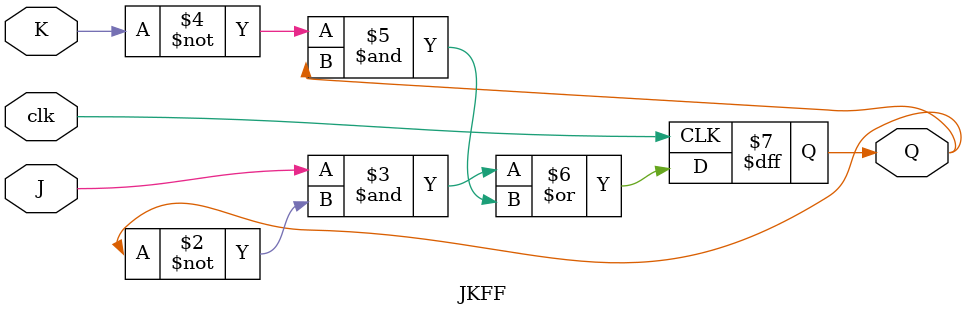
<source format=v>
`timescale 1ns / 1ps

module JKFF(input J, K, clk, output reg Q);

always @(posedge clk)
    Q = (J & ~Q) | (~K & Q);
        
endmodule

</source>
